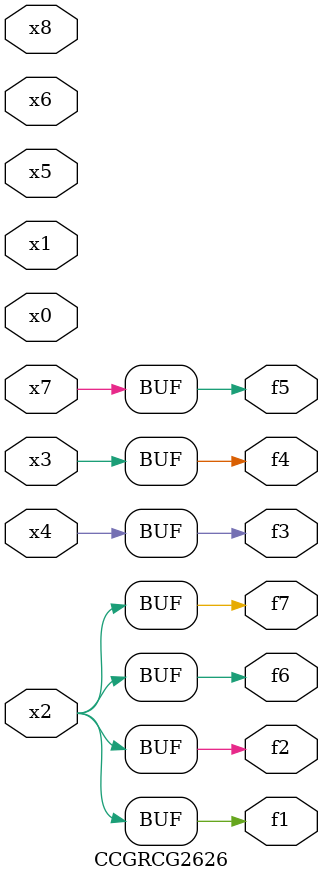
<source format=v>
module CCGRCG2626(
	input x0, x1, x2, x3, x4, x5, x6, x7, x8,
	output f1, f2, f3, f4, f5, f6, f7
);
	assign f1 = x2;
	assign f2 = x2;
	assign f3 = x4;
	assign f4 = x3;
	assign f5 = x7;
	assign f6 = x2;
	assign f7 = x2;
endmodule

</source>
